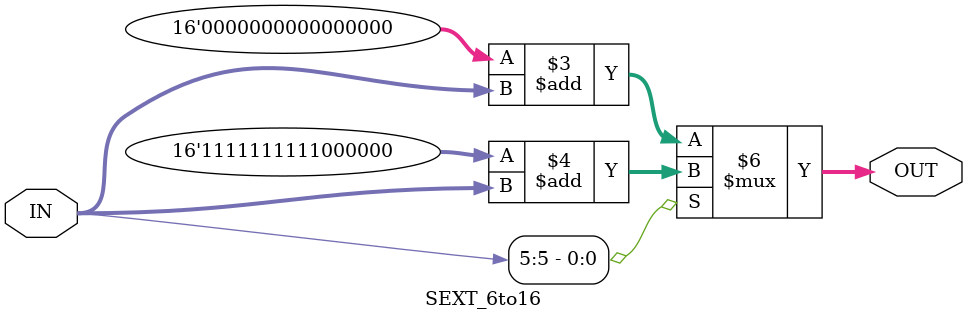
<source format=sv>
module SEXT_5to16 (input [4:0] IN, output logic [15:0] OUT);
	
	always_comb
	begin
		if(IN[4] == 0)
			OUT <= (16'b0000000000000000 + IN);
		else
			OUT <= (16'b1111111111100000 + IN);
	end
endmodule

module SEXT_11to16 (input [10:0] IN, output logic [15:0] OUT);
	
	always_comb
	begin
		if(IN[10] == 0)
			OUT <= (16'b0000000000000000 + IN);
		else
			OUT <= (16'b1111100000000000 + IN);
	end
endmodule

module SEXT_9to16 (input [8:0] IN, output logic [15:0] OUT);
	
	always_comb
	begin
		if(IN[8] == 0)
			OUT <= (16'b0000000000000000 + IN);
		else
			OUT <= (16'b1111111000000000 + IN);
	end
endmodule


module SEXT_6to16 (input [5:0] IN, output logic [15:0] OUT);
	
	always_comb
	begin
		if(IN[5] == 0)
			OUT <= (16'b0000000000000000 + IN);
		else
			OUT <= (16'b1111111111000000 + IN);
	end
endmodule
</source>
